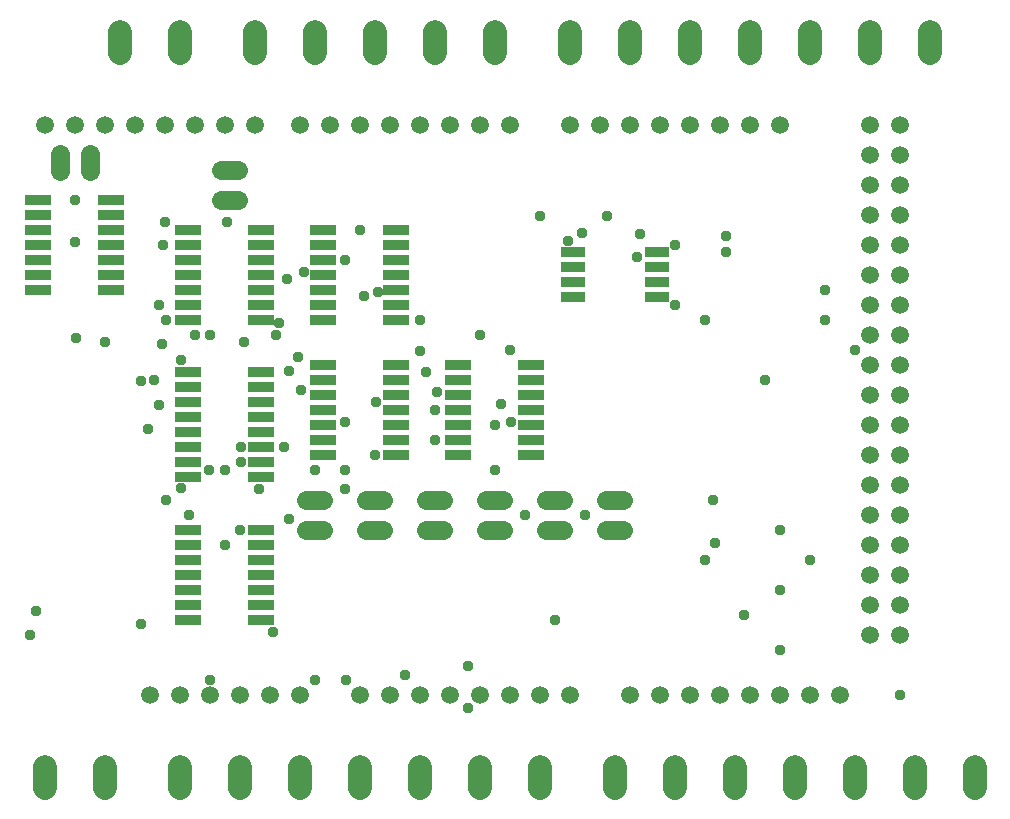
<source format=gbr>
G04 EAGLE Gerber RS-274X export*
G75*
%MOMM*%
%FSLAX34Y34*%
%LPD*%
%INSoldermask Bottom*%
%IPPOS*%
%AMOC8*
5,1,8,0,0,1.08239X$1,22.5*%
G01*
%ADD10R,2.235200X0.863600*%
%ADD11C,1.511200*%
%ADD12C,1.993900*%
%ADD13C,1.625600*%
%ADD14R,2.003200X0.903200*%
%ADD15C,0.959600*%


D10*
X576834Y577850D03*
X515366Y577850D03*
X576834Y565150D03*
X576834Y552450D03*
X515366Y565150D03*
X515366Y552450D03*
X576834Y539750D03*
X515366Y539750D03*
X576834Y527050D03*
X515366Y527050D03*
X576834Y514350D03*
X576834Y501650D03*
X515366Y514350D03*
X515366Y501650D03*
X576834Y488950D03*
X515366Y488950D03*
X805434Y584200D03*
X743966Y584200D03*
X805434Y571500D03*
X805434Y558800D03*
X743966Y571500D03*
X743966Y558800D03*
X805434Y546100D03*
X743966Y546100D03*
X805434Y533400D03*
X805434Y520700D03*
X743966Y533400D03*
X743966Y520700D03*
X805434Y508000D03*
X743966Y508000D03*
X576834Y444500D03*
X515366Y444500D03*
X576834Y431800D03*
X576834Y419100D03*
X515366Y431800D03*
X515366Y419100D03*
X576834Y406400D03*
X515366Y406400D03*
X576834Y393700D03*
X576834Y381000D03*
X515366Y393700D03*
X515366Y381000D03*
X576834Y368300D03*
X515366Y368300D03*
X576834Y698500D03*
X515366Y698500D03*
X576834Y685800D03*
X576834Y673100D03*
X515366Y685800D03*
X515366Y673100D03*
X576834Y660400D03*
X515366Y660400D03*
X576834Y647700D03*
X576834Y635000D03*
X515366Y647700D03*
X515366Y635000D03*
X576834Y622300D03*
X515366Y622300D03*
D11*
X393700Y787400D03*
X419100Y787400D03*
X444500Y787400D03*
X469900Y787400D03*
X495300Y787400D03*
X520700Y787400D03*
X546100Y787400D03*
X571500Y787400D03*
X609600Y787400D03*
X635000Y787400D03*
X660400Y787400D03*
X685800Y787400D03*
X711200Y787400D03*
X736600Y787400D03*
X762000Y787400D03*
X787400Y787400D03*
X838200Y787400D03*
X863600Y787400D03*
X889000Y787400D03*
X914400Y787400D03*
X939800Y787400D03*
X965200Y787400D03*
X990600Y787400D03*
X1016000Y787400D03*
X1092200Y787400D03*
X1092200Y762000D03*
X1092200Y736600D03*
X1092200Y711200D03*
X1092200Y685800D03*
X1092200Y660400D03*
X1092200Y635000D03*
X1092200Y609600D03*
X1092200Y584200D03*
X1092200Y558800D03*
X1092200Y533400D03*
X1092200Y508000D03*
X1092200Y482600D03*
X1092200Y457200D03*
X1092200Y431800D03*
X1092200Y406400D03*
X1092200Y381000D03*
X1092200Y355600D03*
X1117600Y355600D03*
X1117600Y381000D03*
X1117600Y406400D03*
X1117600Y431800D03*
X1117600Y457200D03*
X1117600Y482600D03*
X1117600Y508000D03*
X1117600Y533400D03*
X1117600Y558800D03*
X1117600Y584200D03*
X1117600Y609600D03*
X1117600Y635000D03*
X1117600Y660400D03*
X1117600Y685800D03*
X1117600Y711200D03*
X1117600Y736600D03*
X1117600Y762000D03*
X1117600Y787400D03*
X1066800Y304800D03*
X1041400Y304800D03*
X1016000Y304800D03*
X990600Y304800D03*
X965200Y304800D03*
X939800Y304800D03*
X914400Y304800D03*
X889000Y304800D03*
X838200Y304800D03*
X812800Y304800D03*
X787400Y304800D03*
X762000Y304800D03*
X736600Y304800D03*
X711200Y304800D03*
X685800Y304800D03*
X660400Y304800D03*
X609600Y304800D03*
X584200Y304800D03*
X558800Y304800D03*
X533400Y304800D03*
X508000Y304800D03*
X482600Y304800D03*
D12*
X393700Y243904D02*
X393700Y225997D01*
X444500Y225997D02*
X444500Y243904D01*
X508000Y848297D02*
X508000Y866204D01*
X457200Y866204D02*
X457200Y848297D01*
X774700Y848297D02*
X774700Y866204D01*
X723900Y866204D02*
X723900Y848297D01*
X673100Y848297D02*
X673100Y866204D01*
X622300Y866204D02*
X622300Y848297D01*
X571500Y848297D02*
X571500Y866204D01*
D13*
X615188Y469900D02*
X629412Y469900D01*
X629412Y444500D02*
X615188Y444500D01*
X665988Y469900D02*
X680212Y469900D01*
X680212Y444500D02*
X665988Y444500D01*
X716788Y469900D02*
X731012Y469900D01*
X731012Y444500D02*
X716788Y444500D01*
X767588Y469900D02*
X781812Y469900D01*
X781812Y444500D02*
X767588Y444500D01*
X818388Y469900D02*
X832612Y469900D01*
X832612Y444500D02*
X818388Y444500D01*
X869188Y469900D02*
X883412Y469900D01*
X883412Y444500D02*
X869188Y444500D01*
D10*
X691134Y698500D03*
X629666Y698500D03*
X691134Y685800D03*
X691134Y673100D03*
X629666Y685800D03*
X629666Y673100D03*
X691134Y660400D03*
X629666Y660400D03*
X691134Y647700D03*
X691134Y635000D03*
X629666Y647700D03*
X629666Y635000D03*
X691134Y622300D03*
X629666Y622300D03*
X691134Y584200D03*
X629666Y584200D03*
X691134Y571500D03*
X691134Y558800D03*
X629666Y571500D03*
X629666Y558800D03*
X691134Y546100D03*
X629666Y546100D03*
X691134Y533400D03*
X691134Y520700D03*
X629666Y533400D03*
X629666Y520700D03*
X691134Y508000D03*
X629666Y508000D03*
D12*
X508000Y243904D02*
X508000Y225997D01*
X558800Y225997D02*
X558800Y243904D01*
X609600Y243904D02*
X609600Y225997D01*
X660400Y225997D02*
X660400Y243904D01*
X711200Y243904D02*
X711200Y225997D01*
X762000Y225997D02*
X762000Y243904D01*
X812800Y243904D02*
X812800Y225997D01*
X876300Y225997D02*
X876300Y243904D01*
X927100Y243904D02*
X927100Y225997D01*
X977900Y225997D02*
X977900Y243904D01*
X1028700Y243904D02*
X1028700Y225997D01*
X1079500Y225997D02*
X1079500Y243904D01*
X1130300Y243904D02*
X1130300Y225997D01*
X1181100Y225997D02*
X1181100Y243904D01*
X1143000Y848297D02*
X1143000Y866204D01*
X1092200Y866204D02*
X1092200Y848297D01*
X1041400Y848297D02*
X1041400Y866204D01*
X990600Y866204D02*
X990600Y848297D01*
X939800Y848297D02*
X939800Y866204D01*
X889000Y866204D02*
X889000Y848297D01*
X838200Y848297D02*
X838200Y866204D01*
D13*
X557022Y749300D02*
X542798Y749300D01*
X542798Y723900D02*
X557022Y723900D01*
X406400Y748538D02*
X406400Y762762D01*
X431800Y762762D02*
X431800Y748538D01*
D10*
X449834Y723900D03*
X388366Y723900D03*
X449834Y711200D03*
X449834Y698500D03*
X388366Y711200D03*
X388366Y698500D03*
X449834Y685800D03*
X388366Y685800D03*
X449834Y673100D03*
X449834Y660400D03*
X388366Y673100D03*
X388366Y660400D03*
X449834Y647700D03*
X388366Y647700D03*
D14*
X911800Y679450D03*
X911800Y666750D03*
X911800Y654050D03*
X911800Y641350D03*
X840800Y641350D03*
X840800Y654050D03*
X840800Y666750D03*
X840800Y679450D03*
D15*
X608330Y590550D03*
X589280Y609600D03*
X711200Y622300D03*
X762000Y609600D03*
X575310Y478790D03*
X648970Y317500D03*
X622300Y317500D03*
X698500Y321310D03*
X970280Y693420D03*
X970280Y679450D03*
X520700Y609600D03*
X610870Y562610D03*
X751840Y328930D03*
X751840Y293370D03*
X1117600Y304800D03*
X381000Y355600D03*
X386080Y375920D03*
X419100Y688340D03*
X419100Y723900D03*
X586740Y358140D03*
X825500Y368300D03*
X927100Y635000D03*
X897890Y694690D03*
X711200Y595630D03*
X494030Y685800D03*
X509270Y588010D03*
X515620Y457200D03*
X600710Y453390D03*
X533400Y317500D03*
X600710Y579120D03*
X492760Y601980D03*
X444500Y603250D03*
X774700Y533400D03*
X774700Y495300D03*
X647700Y495300D03*
X647700Y535940D03*
X647700Y478790D03*
X837084Y688494D03*
X723900Y546100D03*
X533400Y609600D03*
X490220Y635000D03*
X560070Y514350D03*
X474980Y570230D03*
X481330Y529590D03*
X490220Y549910D03*
X496288Y469900D03*
X474980Y364490D03*
X496288Y622300D03*
X546100Y431800D03*
X622300Y495300D03*
X595912Y514350D03*
X532412Y495300D03*
X546100Y495300D03*
X560070Y501650D03*
X1016000Y342900D03*
X647700Y673100D03*
X558800Y444500D03*
X613475Y663005D03*
X952500Y419100D03*
X1041400Y419100D03*
X1016000Y444500D03*
X673100Y508000D03*
X726132Y561032D03*
X1079500Y596900D03*
X1054100Y647700D03*
X927100Y685800D03*
X895350Y675640D03*
X812800Y709930D03*
X674370Y552450D03*
X675486Y645314D03*
X869950Y709930D03*
X848360Y695960D03*
X598498Y657140D03*
X660400Y698500D03*
X787400Y596900D03*
X788670Y535940D03*
X723900Y520700D03*
X664210Y642620D03*
X779780Y551180D03*
X716280Y577850D03*
X952500Y622300D03*
X1016000Y393700D03*
X985520Y372110D03*
X961390Y433070D03*
X959132Y469900D03*
X1054100Y622300D03*
X1003300Y571500D03*
X509270Y480060D03*
X485789Y570879D03*
X562610Y603250D03*
X592300Y619760D03*
X420370Y607060D03*
X800100Y457200D03*
X850900Y457200D03*
X548076Y705132D03*
X495300Y704568D03*
M02*

</source>
